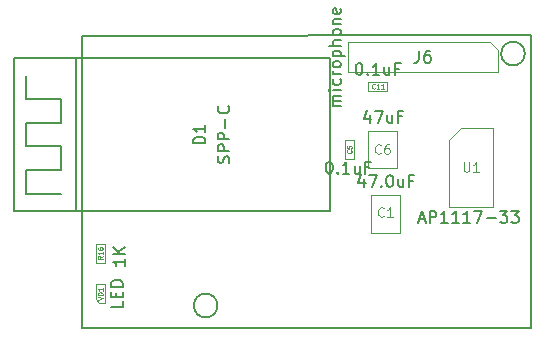
<source format=gbr>
G04 #@! TF.GenerationSoftware,KiCad,Pcbnew,(5.0.0)*
G04 #@! TF.CreationDate,2019-01-26T11:16:20+03:00*
G04 #@! TF.ProjectId,stm32mc,73746D33326D632E6B696361645F7063,rev?*
G04 #@! TF.SameCoordinates,Original*
G04 #@! TF.FileFunction,Other,Fab,Top*
%FSLAX46Y46*%
G04 Gerber Fmt 4.6, Leading zero omitted, Abs format (unit mm)*
G04 Created by KiCad (PCBNEW (5.0.0)) date 01/26/19 11:16:20*
%MOMM*%
%LPD*%
G01*
G04 APERTURE LIST*
%ADD10C,0.150000*%
%ADD11C,0.100000*%
%ADD12C,0.120000*%
%ADD13C,0.060000*%
G04 APERTURE END LIST*
D10*
X58531000Y-19050000D02*
G75*
G03X58531000Y-19050000I-1000000J0D01*
G01*
X32512000Y-40386000D02*
G75*
G03X32512000Y-40386000I-1000000J0D01*
G01*
X59055000Y-42291000D02*
X59055000Y-17526000D01*
X59024000Y-17507000D02*
X21082000Y-17526000D01*
X21082000Y-42291000D02*
X59055000Y-42291000D01*
X21082000Y-17526000D02*
X21082000Y-42291000D01*
G04 #@! TO.C,D1*
X16278000Y-30908000D02*
X19278000Y-30908000D01*
X16278000Y-28908000D02*
X19278000Y-28908000D01*
X16278000Y-26908000D02*
X19278000Y-26908000D01*
X16278000Y-24908000D02*
X19278000Y-24908000D01*
X16278000Y-22908000D02*
X19278000Y-22908000D01*
X16278000Y-20908000D02*
X16278000Y-22908000D01*
X19278000Y-22908000D02*
X19278000Y-24908000D01*
X16278000Y-24908000D02*
X16278000Y-26908000D01*
X19278000Y-26908000D02*
X19278000Y-28908000D01*
X16278000Y-28908000D02*
X16278000Y-30908000D01*
X42028000Y-32408000D02*
X42028000Y-19408000D01*
X42028000Y-19408000D02*
X15278000Y-19408000D01*
X20528000Y-19408000D02*
X20528000Y-32408000D01*
X15278000Y-32408000D02*
X42028000Y-32408000D01*
X15278000Y-19408000D02*
X15278000Y-32408000D01*
D11*
G04 #@! TO.C,C1*
X47986000Y-31039000D02*
X47986000Y-34239000D01*
X45486000Y-31039000D02*
X47986000Y-31039000D01*
X45486000Y-34239000D02*
X45486000Y-31039000D01*
X47986000Y-34239000D02*
X45486000Y-34239000D01*
G04 #@! TO.C,C5*
X44088000Y-27978000D02*
X43288000Y-27978000D01*
X43288000Y-27978000D02*
X43288000Y-26378000D01*
X43288000Y-26378000D02*
X44088000Y-26378000D01*
X44088000Y-26378000D02*
X44088000Y-27978000D01*
G04 #@! TO.C,C6*
X47732000Y-28778000D02*
X45232000Y-28778000D01*
X45232000Y-28778000D02*
X45232000Y-25578000D01*
X45232000Y-25578000D02*
X47732000Y-25578000D01*
X47732000Y-25578000D02*
X47732000Y-28778000D01*
G04 #@! TO.C,U1*
X52125000Y-26352000D02*
X53125000Y-25352000D01*
X52125000Y-26352000D02*
X52125000Y-32052000D01*
X53125000Y-25352000D02*
X55825000Y-25352000D01*
X52125000Y-32052000D02*
X55825000Y-32052000D01*
X55825000Y-25352000D02*
X55825000Y-32052000D01*
G04 #@! TO.C,R16*
X22206000Y-35141000D02*
X23006000Y-35141000D01*
X23006000Y-35141000D02*
X23006000Y-36741000D01*
X23006000Y-36741000D02*
X22206000Y-36741000D01*
X22206000Y-36741000D02*
X22206000Y-35141000D01*
G04 #@! TO.C,VD1*
X22206000Y-38570000D02*
X22206000Y-39870000D01*
X22206000Y-39870000D02*
X22506000Y-40170000D01*
X22506000Y-40170000D02*
X23006000Y-40170000D01*
X23006000Y-40170000D02*
X23006000Y-38570000D01*
X23006000Y-38570000D02*
X22206000Y-38570000D01*
G04 #@! TO.C,C11*
X46901000Y-21444000D02*
X46901000Y-22244000D01*
X46901000Y-22244000D02*
X45301000Y-22244000D01*
X45301000Y-22244000D02*
X45301000Y-21444000D01*
X45301000Y-21444000D02*
X46901000Y-21444000D01*
G04 #@! TO.C,J6*
X56261000Y-18732500D02*
X56261000Y-20637500D01*
X56261000Y-20637500D02*
X43561000Y-20637500D01*
X43561000Y-20637500D02*
X43561000Y-18097500D01*
X43561000Y-18097500D02*
X55626000Y-18097500D01*
X55626000Y-18097500D02*
X56261000Y-18732500D01*
G04 #@! TD*
G04 #@! TO.C,D1*
D10*
X33482761Y-28312761D02*
X33530380Y-28169904D01*
X33530380Y-27931809D01*
X33482761Y-27836571D01*
X33435142Y-27788952D01*
X33339904Y-27741333D01*
X33244666Y-27741333D01*
X33149428Y-27788952D01*
X33101809Y-27836571D01*
X33054190Y-27931809D01*
X33006571Y-28122285D01*
X32958952Y-28217523D01*
X32911333Y-28265142D01*
X32816095Y-28312761D01*
X32720857Y-28312761D01*
X32625619Y-28265142D01*
X32578000Y-28217523D01*
X32530380Y-28122285D01*
X32530380Y-27884190D01*
X32578000Y-27741333D01*
X33530380Y-27312761D02*
X32530380Y-27312761D01*
X32530380Y-26931809D01*
X32578000Y-26836571D01*
X32625619Y-26788952D01*
X32720857Y-26741333D01*
X32863714Y-26741333D01*
X32958952Y-26788952D01*
X33006571Y-26836571D01*
X33054190Y-26931809D01*
X33054190Y-27312761D01*
X33530380Y-26312761D02*
X32530380Y-26312761D01*
X32530380Y-25931809D01*
X32578000Y-25836571D01*
X32625619Y-25788952D01*
X32720857Y-25741333D01*
X32863714Y-25741333D01*
X32958952Y-25788952D01*
X33006571Y-25836571D01*
X33054190Y-25931809D01*
X33054190Y-26312761D01*
X33149428Y-25312761D02*
X33149428Y-24550857D01*
X33435142Y-23503238D02*
X33482761Y-23550857D01*
X33530380Y-23693714D01*
X33530380Y-23788952D01*
X33482761Y-23931809D01*
X33387523Y-24027047D01*
X33292285Y-24074666D01*
X33101809Y-24122285D01*
X32958952Y-24122285D01*
X32768476Y-24074666D01*
X32673238Y-24027047D01*
X32578000Y-23931809D01*
X32530380Y-23788952D01*
X32530380Y-23693714D01*
X32578000Y-23550857D01*
X32625619Y-23503238D01*
X31480380Y-26646095D02*
X30480380Y-26646095D01*
X30480380Y-26408000D01*
X30528000Y-26265142D01*
X30623238Y-26169904D01*
X30718476Y-26122285D01*
X30908952Y-26074666D01*
X31051809Y-26074666D01*
X31242285Y-26122285D01*
X31337523Y-26169904D01*
X31432761Y-26265142D01*
X31480380Y-26408000D01*
X31480380Y-26646095D01*
X31480380Y-25122285D02*
X31480380Y-25693714D01*
X31480380Y-25408000D02*
X30480380Y-25408000D01*
X30623238Y-25503238D01*
X30718476Y-25598476D01*
X30766095Y-25693714D01*
G04 #@! TO.C,C1*
X44908047Y-29663714D02*
X44908047Y-30330380D01*
X44669952Y-29282761D02*
X44431857Y-29997047D01*
X45050904Y-29997047D01*
X45336619Y-29330380D02*
X46003285Y-29330380D01*
X45574714Y-30330380D01*
X46384238Y-30235142D02*
X46431857Y-30282761D01*
X46384238Y-30330380D01*
X46336619Y-30282761D01*
X46384238Y-30235142D01*
X46384238Y-30330380D01*
X47050904Y-29330380D02*
X47146142Y-29330380D01*
X47241380Y-29378000D01*
X47289000Y-29425619D01*
X47336619Y-29520857D01*
X47384238Y-29711333D01*
X47384238Y-29949428D01*
X47336619Y-30139904D01*
X47289000Y-30235142D01*
X47241380Y-30282761D01*
X47146142Y-30330380D01*
X47050904Y-30330380D01*
X46955666Y-30282761D01*
X46908047Y-30235142D01*
X46860428Y-30139904D01*
X46812809Y-29949428D01*
X46812809Y-29711333D01*
X46860428Y-29520857D01*
X46908047Y-29425619D01*
X46955666Y-29378000D01*
X47050904Y-29330380D01*
X48241380Y-29663714D02*
X48241380Y-30330380D01*
X47812809Y-29663714D02*
X47812809Y-30187523D01*
X47860428Y-30282761D01*
X47955666Y-30330380D01*
X48098523Y-30330380D01*
X48193761Y-30282761D01*
X48241380Y-30235142D01*
X49050904Y-29806571D02*
X48717571Y-29806571D01*
X48717571Y-30330380D02*
X48717571Y-29330380D01*
X49193761Y-29330380D01*
D12*
X46602666Y-32794714D02*
X46564571Y-32832809D01*
X46450285Y-32870904D01*
X46374095Y-32870904D01*
X46259809Y-32832809D01*
X46183619Y-32756619D01*
X46145523Y-32680428D01*
X46107428Y-32528047D01*
X46107428Y-32413761D01*
X46145523Y-32261380D01*
X46183619Y-32185190D01*
X46259809Y-32109000D01*
X46374095Y-32070904D01*
X46450285Y-32070904D01*
X46564571Y-32109000D01*
X46602666Y-32147095D01*
X47364571Y-32870904D02*
X46907428Y-32870904D01*
X47136000Y-32870904D02*
X47136000Y-32070904D01*
X47059809Y-32185190D01*
X46983619Y-32261380D01*
X46907428Y-32299476D01*
G04 #@! TO.C,C5*
D10*
X41928142Y-28205380D02*
X42023380Y-28205380D01*
X42118619Y-28253000D01*
X42166238Y-28300619D01*
X42213857Y-28395857D01*
X42261476Y-28586333D01*
X42261476Y-28824428D01*
X42213857Y-29014904D01*
X42166238Y-29110142D01*
X42118619Y-29157761D01*
X42023380Y-29205380D01*
X41928142Y-29205380D01*
X41832904Y-29157761D01*
X41785285Y-29110142D01*
X41737666Y-29014904D01*
X41690047Y-28824428D01*
X41690047Y-28586333D01*
X41737666Y-28395857D01*
X41785285Y-28300619D01*
X41832904Y-28253000D01*
X41928142Y-28205380D01*
X42690047Y-29110142D02*
X42737666Y-29157761D01*
X42690047Y-29205380D01*
X42642428Y-29157761D01*
X42690047Y-29110142D01*
X42690047Y-29205380D01*
X43690047Y-29205380D02*
X43118619Y-29205380D01*
X43404333Y-29205380D02*
X43404333Y-28205380D01*
X43309095Y-28348238D01*
X43213857Y-28443476D01*
X43118619Y-28491095D01*
X44547190Y-28538714D02*
X44547190Y-29205380D01*
X44118619Y-28538714D02*
X44118619Y-29062523D01*
X44166238Y-29157761D01*
X44261476Y-29205380D01*
X44404333Y-29205380D01*
X44499571Y-29157761D01*
X44547190Y-29110142D01*
X45356714Y-28681571D02*
X45023380Y-28681571D01*
X45023380Y-29205380D02*
X45023380Y-28205380D01*
X45499571Y-28205380D01*
D13*
X43830857Y-27244666D02*
X43849904Y-27263714D01*
X43868952Y-27320857D01*
X43868952Y-27358952D01*
X43849904Y-27416095D01*
X43811809Y-27454190D01*
X43773714Y-27473238D01*
X43697523Y-27492285D01*
X43640380Y-27492285D01*
X43564190Y-27473238D01*
X43526095Y-27454190D01*
X43488000Y-27416095D01*
X43468952Y-27358952D01*
X43468952Y-27320857D01*
X43488000Y-27263714D01*
X43507047Y-27244666D01*
X43468952Y-26882761D02*
X43468952Y-27073238D01*
X43659428Y-27092285D01*
X43640380Y-27073238D01*
X43621333Y-27035142D01*
X43621333Y-26939904D01*
X43640380Y-26901809D01*
X43659428Y-26882761D01*
X43697523Y-26863714D01*
X43792761Y-26863714D01*
X43830857Y-26882761D01*
X43849904Y-26901809D01*
X43868952Y-26939904D01*
X43868952Y-27035142D01*
X43849904Y-27073238D01*
X43830857Y-27092285D01*
G04 #@! TO.C,C6*
D10*
X45408333Y-24220714D02*
X45408333Y-24887380D01*
X45170238Y-23839761D02*
X44932142Y-24554047D01*
X45551190Y-24554047D01*
X45836904Y-23887380D02*
X46503571Y-23887380D01*
X46075000Y-24887380D01*
X47313095Y-24220714D02*
X47313095Y-24887380D01*
X46884523Y-24220714D02*
X46884523Y-24744523D01*
X46932142Y-24839761D01*
X47027380Y-24887380D01*
X47170238Y-24887380D01*
X47265476Y-24839761D01*
X47313095Y-24792142D01*
X48122619Y-24363571D02*
X47789285Y-24363571D01*
X47789285Y-24887380D02*
X47789285Y-23887380D01*
X48265476Y-23887380D01*
D12*
X46348666Y-27463714D02*
X46310571Y-27501809D01*
X46196285Y-27539904D01*
X46120095Y-27539904D01*
X46005809Y-27501809D01*
X45929619Y-27425619D01*
X45891523Y-27349428D01*
X45853428Y-27197047D01*
X45853428Y-27082761D01*
X45891523Y-26930380D01*
X45929619Y-26854190D01*
X46005809Y-26778000D01*
X46120095Y-26739904D01*
X46196285Y-26739904D01*
X46310571Y-26778000D01*
X46348666Y-26816095D01*
X47034380Y-26739904D02*
X46882000Y-26739904D01*
X46805809Y-26778000D01*
X46767714Y-26816095D01*
X46691523Y-26930380D01*
X46653428Y-27082761D01*
X46653428Y-27387523D01*
X46691523Y-27463714D01*
X46729619Y-27501809D01*
X46805809Y-27539904D01*
X46958190Y-27539904D01*
X47034380Y-27501809D01*
X47072476Y-27463714D01*
X47110571Y-27387523D01*
X47110571Y-27197047D01*
X47072476Y-27120857D01*
X47034380Y-27082761D01*
X46958190Y-27044666D01*
X46805809Y-27044666D01*
X46729619Y-27082761D01*
X46691523Y-27120857D01*
X46653428Y-27197047D01*
G04 #@! TO.C,U1*
D10*
X49584714Y-33092666D02*
X50060904Y-33092666D01*
X49489476Y-33378380D02*
X49822809Y-32378380D01*
X50156142Y-33378380D01*
X50489476Y-33378380D02*
X50489476Y-32378380D01*
X50870428Y-32378380D01*
X50965666Y-32426000D01*
X51013285Y-32473619D01*
X51060904Y-32568857D01*
X51060904Y-32711714D01*
X51013285Y-32806952D01*
X50965666Y-32854571D01*
X50870428Y-32902190D01*
X50489476Y-32902190D01*
X52013285Y-33378380D02*
X51441857Y-33378380D01*
X51727571Y-33378380D02*
X51727571Y-32378380D01*
X51632333Y-32521238D01*
X51537095Y-32616476D01*
X51441857Y-32664095D01*
X52965666Y-33378380D02*
X52394238Y-33378380D01*
X52679952Y-33378380D02*
X52679952Y-32378380D01*
X52584714Y-32521238D01*
X52489476Y-32616476D01*
X52394238Y-32664095D01*
X53918047Y-33378380D02*
X53346619Y-33378380D01*
X53632333Y-33378380D02*
X53632333Y-32378380D01*
X53537095Y-32521238D01*
X53441857Y-32616476D01*
X53346619Y-32664095D01*
X54251380Y-32378380D02*
X54918047Y-32378380D01*
X54489476Y-33378380D01*
X55299000Y-32997428D02*
X56060904Y-32997428D01*
X56441857Y-32378380D02*
X57060904Y-32378380D01*
X56727571Y-32759333D01*
X56870428Y-32759333D01*
X56965666Y-32806952D01*
X57013285Y-32854571D01*
X57060904Y-32949809D01*
X57060904Y-33187904D01*
X57013285Y-33283142D01*
X56965666Y-33330761D01*
X56870428Y-33378380D01*
X56584714Y-33378380D01*
X56489476Y-33330761D01*
X56441857Y-33283142D01*
X57394238Y-32378380D02*
X58013285Y-32378380D01*
X57679952Y-32759333D01*
X57822809Y-32759333D01*
X57918047Y-32806952D01*
X57965666Y-32854571D01*
X58013285Y-32949809D01*
X58013285Y-33187904D01*
X57965666Y-33283142D01*
X57918047Y-33330761D01*
X57822809Y-33378380D01*
X57537095Y-33378380D01*
X57441857Y-33330761D01*
X57394238Y-33283142D01*
D12*
X53365476Y-28263904D02*
X53365476Y-28911523D01*
X53403571Y-28987714D01*
X53441666Y-29025809D01*
X53517857Y-29063904D01*
X53670238Y-29063904D01*
X53746428Y-29025809D01*
X53784523Y-28987714D01*
X53822619Y-28911523D01*
X53822619Y-28263904D01*
X54622619Y-29063904D02*
X54165476Y-29063904D01*
X54394047Y-29063904D02*
X54394047Y-28263904D01*
X54317857Y-28378190D01*
X54241666Y-28454380D01*
X54165476Y-28492476D01*
G04 #@! TO.C,R16*
D10*
X24668380Y-36423285D02*
X24668380Y-36994714D01*
X24668380Y-36709000D02*
X23668380Y-36709000D01*
X23811238Y-36804238D01*
X23906476Y-36899476D01*
X23954095Y-36994714D01*
X24668380Y-35994714D02*
X23668380Y-35994714D01*
X24668380Y-35423285D02*
X24096952Y-35851857D01*
X23668380Y-35423285D02*
X24239809Y-35994714D01*
D13*
X22786952Y-36198142D02*
X22596476Y-36331476D01*
X22786952Y-36426714D02*
X22386952Y-36426714D01*
X22386952Y-36274333D01*
X22406000Y-36236238D01*
X22425047Y-36217190D01*
X22463142Y-36198142D01*
X22520285Y-36198142D01*
X22558380Y-36217190D01*
X22577428Y-36236238D01*
X22596476Y-36274333D01*
X22596476Y-36426714D01*
X22786952Y-35817190D02*
X22786952Y-36045761D01*
X22786952Y-35931476D02*
X22386952Y-35931476D01*
X22444095Y-35969571D01*
X22482190Y-36007666D01*
X22501238Y-36045761D01*
X22386952Y-35474333D02*
X22386952Y-35550523D01*
X22406000Y-35588619D01*
X22425047Y-35607666D01*
X22482190Y-35645761D01*
X22558380Y-35664809D01*
X22710761Y-35664809D01*
X22748857Y-35645761D01*
X22767904Y-35626714D01*
X22786952Y-35588619D01*
X22786952Y-35512428D01*
X22767904Y-35474333D01*
X22748857Y-35455285D01*
X22710761Y-35436238D01*
X22615523Y-35436238D01*
X22577428Y-35455285D01*
X22558380Y-35474333D01*
X22539333Y-35512428D01*
X22539333Y-35588619D01*
X22558380Y-35626714D01*
X22577428Y-35645761D01*
X22615523Y-35664809D01*
G04 #@! TO.C,VD1*
D10*
X24488380Y-40012857D02*
X24488380Y-40489047D01*
X23488380Y-40489047D01*
X23964571Y-39679523D02*
X23964571Y-39346190D01*
X24488380Y-39203333D02*
X24488380Y-39679523D01*
X23488380Y-39679523D01*
X23488380Y-39203333D01*
X24488380Y-38774761D02*
X23488380Y-38774761D01*
X23488380Y-38536666D01*
X23536000Y-38393809D01*
X23631238Y-38298571D01*
X23726476Y-38250952D01*
X23916952Y-38203333D01*
X24059809Y-38203333D01*
X24250285Y-38250952D01*
X24345523Y-38298571D01*
X24440761Y-38393809D01*
X24488380Y-38536666D01*
X24488380Y-38774761D01*
D13*
X22386952Y-39893809D02*
X22786952Y-39760476D01*
X22386952Y-39627142D01*
X22786952Y-39493809D02*
X22386952Y-39493809D01*
X22386952Y-39398571D01*
X22406000Y-39341428D01*
X22444095Y-39303333D01*
X22482190Y-39284285D01*
X22558380Y-39265238D01*
X22615523Y-39265238D01*
X22691714Y-39284285D01*
X22729809Y-39303333D01*
X22767904Y-39341428D01*
X22786952Y-39398571D01*
X22786952Y-39493809D01*
X22786952Y-38884285D02*
X22786952Y-39112857D01*
X22786952Y-38998571D02*
X22386952Y-38998571D01*
X22444095Y-39036666D01*
X22482190Y-39074761D01*
X22501238Y-39112857D01*
G04 #@! TO.C,C11*
D10*
X44458142Y-19866380D02*
X44553380Y-19866380D01*
X44648619Y-19914000D01*
X44696238Y-19961619D01*
X44743857Y-20056857D01*
X44791476Y-20247333D01*
X44791476Y-20485428D01*
X44743857Y-20675904D01*
X44696238Y-20771142D01*
X44648619Y-20818761D01*
X44553380Y-20866380D01*
X44458142Y-20866380D01*
X44362904Y-20818761D01*
X44315285Y-20771142D01*
X44267666Y-20675904D01*
X44220047Y-20485428D01*
X44220047Y-20247333D01*
X44267666Y-20056857D01*
X44315285Y-19961619D01*
X44362904Y-19914000D01*
X44458142Y-19866380D01*
X45220047Y-20771142D02*
X45267666Y-20818761D01*
X45220047Y-20866380D01*
X45172428Y-20818761D01*
X45220047Y-20771142D01*
X45220047Y-20866380D01*
X46220047Y-20866380D02*
X45648619Y-20866380D01*
X45934333Y-20866380D02*
X45934333Y-19866380D01*
X45839095Y-20009238D01*
X45743857Y-20104476D01*
X45648619Y-20152095D01*
X47077190Y-20199714D02*
X47077190Y-20866380D01*
X46648619Y-20199714D02*
X46648619Y-20723523D01*
X46696238Y-20818761D01*
X46791476Y-20866380D01*
X46934333Y-20866380D01*
X47029571Y-20818761D01*
X47077190Y-20771142D01*
X47886714Y-20342571D02*
X47553380Y-20342571D01*
X47553380Y-20866380D02*
X47553380Y-19866380D01*
X48029571Y-19866380D01*
D13*
X45843857Y-21986857D02*
X45824809Y-22005904D01*
X45767666Y-22024952D01*
X45729571Y-22024952D01*
X45672428Y-22005904D01*
X45634333Y-21967809D01*
X45615285Y-21929714D01*
X45596238Y-21853523D01*
X45596238Y-21796380D01*
X45615285Y-21720190D01*
X45634333Y-21682095D01*
X45672428Y-21644000D01*
X45729571Y-21624952D01*
X45767666Y-21624952D01*
X45824809Y-21644000D01*
X45843857Y-21663047D01*
X46224809Y-22024952D02*
X45996238Y-22024952D01*
X46110523Y-22024952D02*
X46110523Y-21624952D01*
X46072428Y-21682095D01*
X46034333Y-21720190D01*
X45996238Y-21739238D01*
X46605761Y-22024952D02*
X46377190Y-22024952D01*
X46491476Y-22024952D02*
X46491476Y-21624952D01*
X46453380Y-21682095D01*
X46415285Y-21720190D01*
X46377190Y-21739238D01*
G04 #@! TO.C,J6*
D10*
X42953380Y-23462738D02*
X42286714Y-23462738D01*
X42381952Y-23462738D02*
X42334333Y-23415119D01*
X42286714Y-23319880D01*
X42286714Y-23177023D01*
X42334333Y-23081785D01*
X42429571Y-23034166D01*
X42953380Y-23034166D01*
X42429571Y-23034166D02*
X42334333Y-22986547D01*
X42286714Y-22891309D01*
X42286714Y-22748452D01*
X42334333Y-22653214D01*
X42429571Y-22605595D01*
X42953380Y-22605595D01*
X42953380Y-22129404D02*
X42286714Y-22129404D01*
X41953380Y-22129404D02*
X42001000Y-22177023D01*
X42048619Y-22129404D01*
X42001000Y-22081785D01*
X41953380Y-22129404D01*
X42048619Y-22129404D01*
X42905761Y-21224642D02*
X42953380Y-21319880D01*
X42953380Y-21510357D01*
X42905761Y-21605595D01*
X42858142Y-21653214D01*
X42762904Y-21700833D01*
X42477190Y-21700833D01*
X42381952Y-21653214D01*
X42334333Y-21605595D01*
X42286714Y-21510357D01*
X42286714Y-21319880D01*
X42334333Y-21224642D01*
X42953380Y-20796071D02*
X42286714Y-20796071D01*
X42477190Y-20796071D02*
X42381952Y-20748452D01*
X42334333Y-20700833D01*
X42286714Y-20605595D01*
X42286714Y-20510357D01*
X42953380Y-20034166D02*
X42905761Y-20129404D01*
X42858142Y-20177023D01*
X42762904Y-20224642D01*
X42477190Y-20224642D01*
X42381952Y-20177023D01*
X42334333Y-20129404D01*
X42286714Y-20034166D01*
X42286714Y-19891309D01*
X42334333Y-19796071D01*
X42381952Y-19748452D01*
X42477190Y-19700833D01*
X42762904Y-19700833D01*
X42858142Y-19748452D01*
X42905761Y-19796071D01*
X42953380Y-19891309D01*
X42953380Y-20034166D01*
X42286714Y-19272261D02*
X43286714Y-19272261D01*
X42334333Y-19272261D02*
X42286714Y-19177023D01*
X42286714Y-18986547D01*
X42334333Y-18891309D01*
X42381952Y-18843690D01*
X42477190Y-18796071D01*
X42762904Y-18796071D01*
X42858142Y-18843690D01*
X42905761Y-18891309D01*
X42953380Y-18986547D01*
X42953380Y-19177023D01*
X42905761Y-19272261D01*
X42953380Y-18367500D02*
X41953380Y-18367500D01*
X42953380Y-17938928D02*
X42429571Y-17938928D01*
X42334333Y-17986547D01*
X42286714Y-18081785D01*
X42286714Y-18224642D01*
X42334333Y-18319880D01*
X42381952Y-18367500D01*
X42953380Y-17319880D02*
X42905761Y-17415119D01*
X42858142Y-17462738D01*
X42762904Y-17510357D01*
X42477190Y-17510357D01*
X42381952Y-17462738D01*
X42334333Y-17415119D01*
X42286714Y-17319880D01*
X42286714Y-17177023D01*
X42334333Y-17081785D01*
X42381952Y-17034166D01*
X42477190Y-16986547D01*
X42762904Y-16986547D01*
X42858142Y-17034166D01*
X42905761Y-17081785D01*
X42953380Y-17177023D01*
X42953380Y-17319880D01*
X42286714Y-16557976D02*
X42953380Y-16557976D01*
X42381952Y-16557976D02*
X42334333Y-16510357D01*
X42286714Y-16415119D01*
X42286714Y-16272261D01*
X42334333Y-16177023D01*
X42429571Y-16129404D01*
X42953380Y-16129404D01*
X42905761Y-15272261D02*
X42953380Y-15367500D01*
X42953380Y-15557976D01*
X42905761Y-15653214D01*
X42810523Y-15700833D01*
X42429571Y-15700833D01*
X42334333Y-15653214D01*
X42286714Y-15557976D01*
X42286714Y-15367500D01*
X42334333Y-15272261D01*
X42429571Y-15224642D01*
X42524809Y-15224642D01*
X42620047Y-15700833D01*
X49577666Y-18819880D02*
X49577666Y-19534166D01*
X49530047Y-19677023D01*
X49434809Y-19772261D01*
X49291952Y-19819880D01*
X49196714Y-19819880D01*
X50482428Y-18819880D02*
X50291952Y-18819880D01*
X50196714Y-18867500D01*
X50149095Y-18915119D01*
X50053857Y-19057976D01*
X50006238Y-19248452D01*
X50006238Y-19629404D01*
X50053857Y-19724642D01*
X50101476Y-19772261D01*
X50196714Y-19819880D01*
X50387190Y-19819880D01*
X50482428Y-19772261D01*
X50530047Y-19724642D01*
X50577666Y-19629404D01*
X50577666Y-19391309D01*
X50530047Y-19296071D01*
X50482428Y-19248452D01*
X50387190Y-19200833D01*
X50196714Y-19200833D01*
X50101476Y-19248452D01*
X50053857Y-19296071D01*
X50006238Y-19391309D01*
G04 #@! TD*
M02*

</source>
